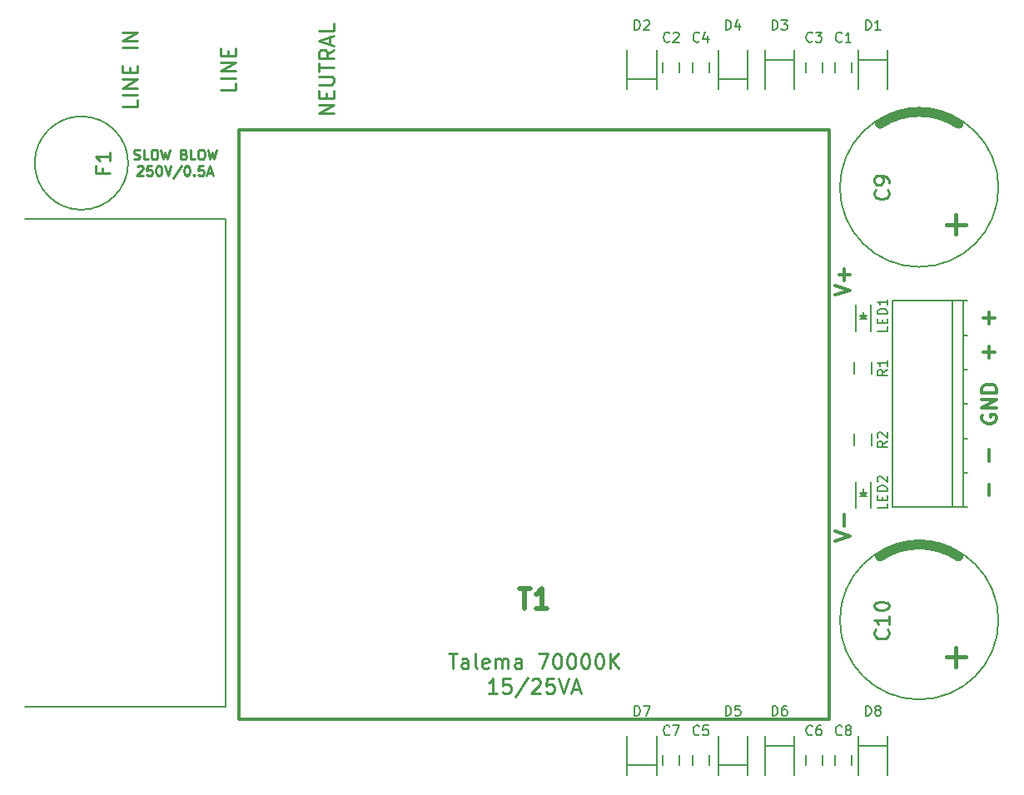
<source format=gto>
G04 #@! TF.FileFunction,Legend,Top*
%FSLAX46Y46*%
G04 Gerber Fmt 4.6, Leading zero omitted, Abs format (unit mm)*
G04 Created by KiCad (PCBNEW 4.0.2-stable) date Monday, August 15, 2016 'AMt' 09:37:36 AM*
%MOMM*%
G01*
G04 APERTURE LIST*
%ADD10C,0.100000*%
%ADD11C,0.300000*%
%ADD12C,0.250000*%
%ADD13C,1.000000*%
%ADD14C,0.400000*%
%ADD15C,0.200000*%
%ADD16C,0.150000*%
%ADD17C,0.500000*%
G04 APERTURE END LIST*
D10*
D11*
X199807143Y-105821428D02*
X199807143Y-104678571D01*
X199807143Y-88321428D02*
X199807143Y-87178571D01*
X200378571Y-87750000D02*
X199235714Y-87750000D01*
D12*
X112833333Y-71579762D02*
X112976190Y-71627381D01*
X113214286Y-71627381D01*
X113309524Y-71579762D01*
X113357143Y-71532143D01*
X113404762Y-71436905D01*
X113404762Y-71341667D01*
X113357143Y-71246429D01*
X113309524Y-71198810D01*
X113214286Y-71151190D01*
X113023809Y-71103571D01*
X112928571Y-71055952D01*
X112880952Y-71008333D01*
X112833333Y-70913095D01*
X112833333Y-70817857D01*
X112880952Y-70722619D01*
X112928571Y-70675000D01*
X113023809Y-70627381D01*
X113261905Y-70627381D01*
X113404762Y-70675000D01*
X114309524Y-71627381D02*
X113833333Y-71627381D01*
X113833333Y-70627381D01*
X114833333Y-70627381D02*
X115023810Y-70627381D01*
X115119048Y-70675000D01*
X115214286Y-70770238D01*
X115261905Y-70960714D01*
X115261905Y-71294048D01*
X115214286Y-71484524D01*
X115119048Y-71579762D01*
X115023810Y-71627381D01*
X114833333Y-71627381D01*
X114738095Y-71579762D01*
X114642857Y-71484524D01*
X114595238Y-71294048D01*
X114595238Y-70960714D01*
X114642857Y-70770238D01*
X114738095Y-70675000D01*
X114833333Y-70627381D01*
X115595238Y-70627381D02*
X115833333Y-71627381D01*
X116023810Y-70913095D01*
X116214286Y-71627381D01*
X116452381Y-70627381D01*
X117928572Y-71103571D02*
X118071429Y-71151190D01*
X118119048Y-71198810D01*
X118166667Y-71294048D01*
X118166667Y-71436905D01*
X118119048Y-71532143D01*
X118071429Y-71579762D01*
X117976191Y-71627381D01*
X117595238Y-71627381D01*
X117595238Y-70627381D01*
X117928572Y-70627381D01*
X118023810Y-70675000D01*
X118071429Y-70722619D01*
X118119048Y-70817857D01*
X118119048Y-70913095D01*
X118071429Y-71008333D01*
X118023810Y-71055952D01*
X117928572Y-71103571D01*
X117595238Y-71103571D01*
X119071429Y-71627381D02*
X118595238Y-71627381D01*
X118595238Y-70627381D01*
X119595238Y-70627381D02*
X119785715Y-70627381D01*
X119880953Y-70675000D01*
X119976191Y-70770238D01*
X120023810Y-70960714D01*
X120023810Y-71294048D01*
X119976191Y-71484524D01*
X119880953Y-71579762D01*
X119785715Y-71627381D01*
X119595238Y-71627381D01*
X119500000Y-71579762D01*
X119404762Y-71484524D01*
X119357143Y-71294048D01*
X119357143Y-70960714D01*
X119404762Y-70770238D01*
X119500000Y-70675000D01*
X119595238Y-70627381D01*
X120357143Y-70627381D02*
X120595238Y-71627381D01*
X120785715Y-70913095D01*
X120976191Y-71627381D01*
X121214286Y-70627381D01*
X113190476Y-72372619D02*
X113238095Y-72325000D01*
X113333333Y-72277381D01*
X113571429Y-72277381D01*
X113666667Y-72325000D01*
X113714286Y-72372619D01*
X113761905Y-72467857D01*
X113761905Y-72563095D01*
X113714286Y-72705952D01*
X113142857Y-73277381D01*
X113761905Y-73277381D01*
X114666667Y-72277381D02*
X114190476Y-72277381D01*
X114142857Y-72753571D01*
X114190476Y-72705952D01*
X114285714Y-72658333D01*
X114523810Y-72658333D01*
X114619048Y-72705952D01*
X114666667Y-72753571D01*
X114714286Y-72848810D01*
X114714286Y-73086905D01*
X114666667Y-73182143D01*
X114619048Y-73229762D01*
X114523810Y-73277381D01*
X114285714Y-73277381D01*
X114190476Y-73229762D01*
X114142857Y-73182143D01*
X115333333Y-72277381D02*
X115428572Y-72277381D01*
X115523810Y-72325000D01*
X115571429Y-72372619D01*
X115619048Y-72467857D01*
X115666667Y-72658333D01*
X115666667Y-72896429D01*
X115619048Y-73086905D01*
X115571429Y-73182143D01*
X115523810Y-73229762D01*
X115428572Y-73277381D01*
X115333333Y-73277381D01*
X115238095Y-73229762D01*
X115190476Y-73182143D01*
X115142857Y-73086905D01*
X115095238Y-72896429D01*
X115095238Y-72658333D01*
X115142857Y-72467857D01*
X115190476Y-72372619D01*
X115238095Y-72325000D01*
X115333333Y-72277381D01*
X115952381Y-72277381D02*
X116285714Y-73277381D01*
X116619048Y-72277381D01*
X117666667Y-72229762D02*
X116809524Y-73515476D01*
X118190476Y-72277381D02*
X118285715Y-72277381D01*
X118380953Y-72325000D01*
X118428572Y-72372619D01*
X118476191Y-72467857D01*
X118523810Y-72658333D01*
X118523810Y-72896429D01*
X118476191Y-73086905D01*
X118428572Y-73182143D01*
X118380953Y-73229762D01*
X118285715Y-73277381D01*
X118190476Y-73277381D01*
X118095238Y-73229762D01*
X118047619Y-73182143D01*
X118000000Y-73086905D01*
X117952381Y-72896429D01*
X117952381Y-72658333D01*
X118000000Y-72467857D01*
X118047619Y-72372619D01*
X118095238Y-72325000D01*
X118190476Y-72277381D01*
X118952381Y-73182143D02*
X119000000Y-73229762D01*
X118952381Y-73277381D01*
X118904762Y-73229762D01*
X118952381Y-73182143D01*
X118952381Y-73277381D01*
X119904762Y-72277381D02*
X119428571Y-72277381D01*
X119380952Y-72753571D01*
X119428571Y-72705952D01*
X119523809Y-72658333D01*
X119761905Y-72658333D01*
X119857143Y-72705952D01*
X119904762Y-72753571D01*
X119952381Y-72848810D01*
X119952381Y-73086905D01*
X119904762Y-73182143D01*
X119857143Y-73229762D01*
X119761905Y-73277381D01*
X119523809Y-73277381D01*
X119428571Y-73229762D01*
X119380952Y-73182143D01*
X120333333Y-72991667D02*
X120809524Y-72991667D01*
X120238095Y-73277381D02*
X120571428Y-72277381D01*
X120904762Y-73277381D01*
D11*
X199807143Y-102321428D02*
X199807143Y-101178571D01*
X199150000Y-97642857D02*
X199078571Y-97785714D01*
X199078571Y-98000000D01*
X199150000Y-98214285D01*
X199292857Y-98357143D01*
X199435714Y-98428571D01*
X199721429Y-98500000D01*
X199935714Y-98500000D01*
X200221429Y-98428571D01*
X200364286Y-98357143D01*
X200507143Y-98214285D01*
X200578571Y-98000000D01*
X200578571Y-97857143D01*
X200507143Y-97642857D01*
X200435714Y-97571428D01*
X199935714Y-97571428D01*
X199935714Y-97857143D01*
X200578571Y-96928571D02*
X199078571Y-96928571D01*
X200578571Y-96071428D01*
X199078571Y-96071428D01*
X200578571Y-95357142D02*
X199078571Y-95357142D01*
X199078571Y-94999999D01*
X199150000Y-94785714D01*
X199292857Y-94642856D01*
X199435714Y-94571428D01*
X199721429Y-94499999D01*
X199935714Y-94499999D01*
X200221429Y-94571428D01*
X200364286Y-94642856D01*
X200507143Y-94785714D01*
X200578571Y-94999999D01*
X200578571Y-95357142D01*
X199807143Y-91821428D02*
X199807143Y-90678571D01*
X200378571Y-91250000D02*
X199235714Y-91250000D01*
X123540000Y-128600000D02*
X123540000Y-68600000D01*
X183540000Y-128600000D02*
X123540000Y-128600000D01*
X183540000Y-68600000D02*
X183540000Y-128600000D01*
X123540000Y-68600000D02*
X183540000Y-68600000D01*
D13*
X196700001Y-68000000D02*
G75*
G03X188708396Y-68005589I-3991605J-6005589D01*
G01*
D14*
X197450000Y-78250000D02*
X195450000Y-78250000D01*
X196450000Y-77250000D02*
X196450000Y-79250000D01*
D15*
X200762258Y-74500000D02*
G75*
G03X200762258Y-74500000I-8062258J0D01*
G01*
X122200000Y-127300000D02*
X122200000Y-77700000D01*
X101800000Y-77700000D02*
X122200000Y-77700000D01*
X101800000Y-127300000D02*
X122200000Y-127300000D01*
D16*
X187750000Y-107100000D02*
X187750000Y-104400000D01*
X186250000Y-107100000D02*
X186250000Y-104400000D01*
X187150000Y-105600000D02*
X186900000Y-105600000D01*
X186900000Y-105600000D02*
X187050000Y-105750000D01*
X186650000Y-105850000D02*
X187350000Y-105850000D01*
X187000000Y-105500000D02*
X187000000Y-105150000D01*
X187000000Y-105850000D02*
X186650000Y-105500000D01*
X186650000Y-105500000D02*
X187350000Y-105500000D01*
X187350000Y-105500000D02*
X187000000Y-105850000D01*
X187750000Y-89100000D02*
X187750000Y-86400000D01*
X186250000Y-89100000D02*
X186250000Y-86400000D01*
X187150000Y-87600000D02*
X186900000Y-87600000D01*
X186900000Y-87600000D02*
X187050000Y-87750000D01*
X186650000Y-87850000D02*
X187350000Y-87850000D01*
X187000000Y-87500000D02*
X187000000Y-87150000D01*
X187000000Y-87850000D02*
X186650000Y-87500000D01*
X186650000Y-87500000D02*
X187350000Y-87500000D01*
X187350000Y-87500000D02*
X187000000Y-87850000D01*
D15*
X112250000Y-72000000D02*
G75*
G03X112250000Y-72000000I-4750000J0D01*
G01*
D16*
X184150000Y-61750000D02*
X184150000Y-62750000D01*
X185850000Y-62750000D02*
X185850000Y-61750000D01*
X168350000Y-62750000D02*
X168350000Y-61750000D01*
X166650000Y-61750000D02*
X166650000Y-62750000D01*
X181150000Y-61750000D02*
X181150000Y-62750000D01*
X182850000Y-62750000D02*
X182850000Y-61750000D01*
X171350000Y-62750000D02*
X171350000Y-61750000D01*
X169650000Y-61750000D02*
X169650000Y-62750000D01*
X171350000Y-133250000D02*
X171350000Y-132250000D01*
X169650000Y-132250000D02*
X169650000Y-133250000D01*
X181150000Y-132250000D02*
X181150000Y-133250000D01*
X182850000Y-133250000D02*
X182850000Y-132250000D01*
X168350000Y-133250000D02*
X168350000Y-132250000D01*
X166650000Y-132250000D02*
X166650000Y-133250000D01*
X184150000Y-132250000D02*
X184150000Y-133250000D01*
X185850000Y-133250000D02*
X185850000Y-132250000D01*
X187875000Y-92250000D02*
X187875000Y-93450000D01*
X186125000Y-93450000D02*
X186125000Y-92250000D01*
X187875000Y-99550000D02*
X187875000Y-100750000D01*
X186125000Y-100750000D02*
X186125000Y-99550000D01*
X197200000Y-89500000D02*
X197600000Y-89500000D01*
X197200000Y-93000000D02*
X197600000Y-93000000D01*
X197200000Y-103500000D02*
X197600000Y-103500000D01*
X197200000Y-100000000D02*
X197600000Y-100000000D01*
X197200000Y-96500000D02*
X197600000Y-96500000D01*
X196100000Y-107000000D02*
X196100000Y-86000000D01*
X197200000Y-107000000D02*
X197200000Y-86000000D01*
X190000000Y-107000000D02*
X197600000Y-107000000D01*
X197600000Y-86000000D02*
X190000000Y-86000000D01*
X190000000Y-86000000D02*
X190000000Y-107000000D01*
D15*
X186500000Y-61500000D02*
X189500000Y-61500000D01*
X186500000Y-64500000D02*
X186500000Y-60500000D01*
X189500000Y-64500000D02*
X189500000Y-60500000D01*
X175250000Y-63500000D02*
X172250000Y-63500000D01*
X175250000Y-60500000D02*
X175250000Y-64500000D01*
X172250000Y-60500000D02*
X172250000Y-64500000D01*
X186500000Y-131250000D02*
X189500000Y-131250000D01*
X186500000Y-134250000D02*
X186500000Y-130250000D01*
X189500000Y-134250000D02*
X189500000Y-130250000D01*
X166000000Y-133250000D02*
X163000000Y-133250000D01*
X166000000Y-130250000D02*
X166000000Y-134250000D01*
X163000000Y-130250000D02*
X163000000Y-134250000D01*
X177000000Y-131250000D02*
X180000000Y-131250000D01*
X177000000Y-134250000D02*
X177000000Y-130250000D01*
X180000000Y-134250000D02*
X180000000Y-130250000D01*
X175250000Y-133250000D02*
X172250000Y-133250000D01*
X175250000Y-130250000D02*
X175250000Y-134250000D01*
X172250000Y-130250000D02*
X172250000Y-134250000D01*
X177000000Y-61500000D02*
X180000000Y-61500000D01*
X177000000Y-64500000D02*
X177000000Y-60500000D01*
X180000000Y-64500000D02*
X180000000Y-60500000D01*
X166000000Y-63500000D02*
X163000000Y-63500000D01*
X166000000Y-60500000D02*
X166000000Y-64500000D01*
X163000000Y-60500000D02*
X163000000Y-64500000D01*
D13*
X196700001Y-112000000D02*
G75*
G03X188708396Y-112005589I-3991605J-6005589D01*
G01*
D14*
X197450000Y-122250000D02*
X195450000Y-122250000D01*
X196450000Y-121250000D02*
X196450000Y-123250000D01*
D15*
X200762258Y-118500000D02*
G75*
G03X200762258Y-118500000I-8062258J0D01*
G01*
D17*
X152016190Y-115284762D02*
X153159047Y-115284762D01*
X152587619Y-117284762D02*
X152587619Y-115284762D01*
X154873334Y-117284762D02*
X153730476Y-117284762D01*
X154301905Y-117284762D02*
X154301905Y-115284762D01*
X154111429Y-115570476D01*
X153920953Y-115760952D01*
X153730476Y-115856190D01*
D12*
X149754287Y-125948571D02*
X148897144Y-125948571D01*
X149325716Y-125948571D02*
X149325716Y-124448571D01*
X149182859Y-124662857D01*
X149040001Y-124805714D01*
X148897144Y-124877143D01*
X151111430Y-124448571D02*
X150397144Y-124448571D01*
X150325715Y-125162857D01*
X150397144Y-125091429D01*
X150540001Y-125020000D01*
X150897144Y-125020000D01*
X151040001Y-125091429D01*
X151111430Y-125162857D01*
X151182858Y-125305714D01*
X151182858Y-125662857D01*
X151111430Y-125805714D01*
X151040001Y-125877143D01*
X150897144Y-125948571D01*
X150540001Y-125948571D01*
X150397144Y-125877143D01*
X150325715Y-125805714D01*
X152897143Y-124377143D02*
X151611429Y-126305714D01*
X153325715Y-124591429D02*
X153397144Y-124520000D01*
X153540001Y-124448571D01*
X153897144Y-124448571D01*
X154040001Y-124520000D01*
X154111430Y-124591429D01*
X154182858Y-124734286D01*
X154182858Y-124877143D01*
X154111430Y-125091429D01*
X153254287Y-125948571D01*
X154182858Y-125948571D01*
X155540001Y-124448571D02*
X154825715Y-124448571D01*
X154754286Y-125162857D01*
X154825715Y-125091429D01*
X154968572Y-125020000D01*
X155325715Y-125020000D01*
X155468572Y-125091429D01*
X155540001Y-125162857D01*
X155611429Y-125305714D01*
X155611429Y-125662857D01*
X155540001Y-125805714D01*
X155468572Y-125877143D01*
X155325715Y-125948571D01*
X154968572Y-125948571D01*
X154825715Y-125877143D01*
X154754286Y-125805714D01*
X156040000Y-124448571D02*
X156540000Y-125948571D01*
X157040000Y-124448571D01*
X157468571Y-125520000D02*
X158182857Y-125520000D01*
X157325714Y-125948571D02*
X157825714Y-124448571D01*
X158325714Y-125948571D01*
X144825716Y-121908571D02*
X145682859Y-121908571D01*
X145254288Y-123408571D02*
X145254288Y-121908571D01*
X146825716Y-123408571D02*
X146825716Y-122622857D01*
X146754287Y-122480000D01*
X146611430Y-122408571D01*
X146325716Y-122408571D01*
X146182859Y-122480000D01*
X146825716Y-123337143D02*
X146682859Y-123408571D01*
X146325716Y-123408571D01*
X146182859Y-123337143D01*
X146111430Y-123194286D01*
X146111430Y-123051429D01*
X146182859Y-122908571D01*
X146325716Y-122837143D01*
X146682859Y-122837143D01*
X146825716Y-122765714D01*
X147754288Y-123408571D02*
X147611430Y-123337143D01*
X147540002Y-123194286D01*
X147540002Y-121908571D01*
X148897144Y-123337143D02*
X148754287Y-123408571D01*
X148468573Y-123408571D01*
X148325716Y-123337143D01*
X148254287Y-123194286D01*
X148254287Y-122622857D01*
X148325716Y-122480000D01*
X148468573Y-122408571D01*
X148754287Y-122408571D01*
X148897144Y-122480000D01*
X148968573Y-122622857D01*
X148968573Y-122765714D01*
X148254287Y-122908571D01*
X149611430Y-123408571D02*
X149611430Y-122408571D01*
X149611430Y-122551429D02*
X149682858Y-122480000D01*
X149825716Y-122408571D01*
X150040001Y-122408571D01*
X150182858Y-122480000D01*
X150254287Y-122622857D01*
X150254287Y-123408571D01*
X150254287Y-122622857D02*
X150325716Y-122480000D01*
X150468573Y-122408571D01*
X150682858Y-122408571D01*
X150825716Y-122480000D01*
X150897144Y-122622857D01*
X150897144Y-123408571D01*
X152254287Y-123408571D02*
X152254287Y-122622857D01*
X152182858Y-122480000D01*
X152040001Y-122408571D01*
X151754287Y-122408571D01*
X151611430Y-122480000D01*
X152254287Y-123337143D02*
X152111430Y-123408571D01*
X151754287Y-123408571D01*
X151611430Y-123337143D01*
X151540001Y-123194286D01*
X151540001Y-123051429D01*
X151611430Y-122908571D01*
X151754287Y-122837143D01*
X152111430Y-122837143D01*
X152254287Y-122765714D01*
X153968573Y-121908571D02*
X154968573Y-121908571D01*
X154325716Y-123408571D01*
X155825715Y-121908571D02*
X155968572Y-121908571D01*
X156111429Y-121980000D01*
X156182858Y-122051429D01*
X156254287Y-122194286D01*
X156325715Y-122480000D01*
X156325715Y-122837143D01*
X156254287Y-123122857D01*
X156182858Y-123265714D01*
X156111429Y-123337143D01*
X155968572Y-123408571D01*
X155825715Y-123408571D01*
X155682858Y-123337143D01*
X155611429Y-123265714D01*
X155540001Y-123122857D01*
X155468572Y-122837143D01*
X155468572Y-122480000D01*
X155540001Y-122194286D01*
X155611429Y-122051429D01*
X155682858Y-121980000D01*
X155825715Y-121908571D01*
X157254286Y-121908571D02*
X157397143Y-121908571D01*
X157540000Y-121980000D01*
X157611429Y-122051429D01*
X157682858Y-122194286D01*
X157754286Y-122480000D01*
X157754286Y-122837143D01*
X157682858Y-123122857D01*
X157611429Y-123265714D01*
X157540000Y-123337143D01*
X157397143Y-123408571D01*
X157254286Y-123408571D01*
X157111429Y-123337143D01*
X157040000Y-123265714D01*
X156968572Y-123122857D01*
X156897143Y-122837143D01*
X156897143Y-122480000D01*
X156968572Y-122194286D01*
X157040000Y-122051429D01*
X157111429Y-121980000D01*
X157254286Y-121908571D01*
X158682857Y-121908571D02*
X158825714Y-121908571D01*
X158968571Y-121980000D01*
X159040000Y-122051429D01*
X159111429Y-122194286D01*
X159182857Y-122480000D01*
X159182857Y-122837143D01*
X159111429Y-123122857D01*
X159040000Y-123265714D01*
X158968571Y-123337143D01*
X158825714Y-123408571D01*
X158682857Y-123408571D01*
X158540000Y-123337143D01*
X158468571Y-123265714D01*
X158397143Y-123122857D01*
X158325714Y-122837143D01*
X158325714Y-122480000D01*
X158397143Y-122194286D01*
X158468571Y-122051429D01*
X158540000Y-121980000D01*
X158682857Y-121908571D01*
X160111428Y-121908571D02*
X160254285Y-121908571D01*
X160397142Y-121980000D01*
X160468571Y-122051429D01*
X160540000Y-122194286D01*
X160611428Y-122480000D01*
X160611428Y-122837143D01*
X160540000Y-123122857D01*
X160468571Y-123265714D01*
X160397142Y-123337143D01*
X160254285Y-123408571D01*
X160111428Y-123408571D01*
X159968571Y-123337143D01*
X159897142Y-123265714D01*
X159825714Y-123122857D01*
X159754285Y-122837143D01*
X159754285Y-122480000D01*
X159825714Y-122194286D01*
X159897142Y-122051429D01*
X159968571Y-121980000D01*
X160111428Y-121908571D01*
X161254285Y-123408571D02*
X161254285Y-121908571D01*
X162111428Y-123408571D02*
X161468571Y-122551429D01*
X162111428Y-121908571D02*
X161254285Y-122765714D01*
X189485714Y-74749999D02*
X189557143Y-74821428D01*
X189628571Y-75035714D01*
X189628571Y-75178571D01*
X189557143Y-75392856D01*
X189414286Y-75535714D01*
X189271429Y-75607142D01*
X188985714Y-75678571D01*
X188771429Y-75678571D01*
X188485714Y-75607142D01*
X188342857Y-75535714D01*
X188200000Y-75392856D01*
X188128571Y-75178571D01*
X188128571Y-75035714D01*
X188200000Y-74821428D01*
X188271429Y-74749999D01*
X189628571Y-74035714D02*
X189628571Y-73749999D01*
X189557143Y-73607142D01*
X189485714Y-73535714D01*
X189271429Y-73392856D01*
X188985714Y-73321428D01*
X188414286Y-73321428D01*
X188271429Y-73392856D01*
X188200000Y-73464285D01*
X188128571Y-73607142D01*
X188128571Y-73892856D01*
X188200000Y-74035714D01*
X188271429Y-74107142D01*
X188414286Y-74178571D01*
X188771429Y-74178571D01*
X188914286Y-74107142D01*
X188985714Y-74035714D01*
X189057143Y-73892856D01*
X189057143Y-73607142D01*
X188985714Y-73464285D01*
X188914286Y-73392856D01*
X188771429Y-73321428D01*
X133178571Y-66964286D02*
X131678571Y-66964286D01*
X133178571Y-66107143D01*
X131678571Y-66107143D01*
X132392857Y-65392857D02*
X132392857Y-64892857D01*
X133178571Y-64678571D02*
X133178571Y-65392857D01*
X131678571Y-65392857D01*
X131678571Y-64678571D01*
X131678571Y-64035714D02*
X132892857Y-64035714D01*
X133035714Y-63964286D01*
X133107143Y-63892857D01*
X133178571Y-63750000D01*
X133178571Y-63464286D01*
X133107143Y-63321428D01*
X133035714Y-63250000D01*
X132892857Y-63178571D01*
X131678571Y-63178571D01*
X131678571Y-62678571D02*
X131678571Y-61821428D01*
X133178571Y-62249999D02*
X131678571Y-62249999D01*
X133178571Y-60464285D02*
X132464286Y-60964285D01*
X133178571Y-61321428D02*
X131678571Y-61321428D01*
X131678571Y-60750000D01*
X131750000Y-60607142D01*
X131821429Y-60535714D01*
X131964286Y-60464285D01*
X132178571Y-60464285D01*
X132321429Y-60535714D01*
X132392857Y-60607142D01*
X132464286Y-60750000D01*
X132464286Y-61321428D01*
X132750000Y-59892857D02*
X132750000Y-59178571D01*
X133178571Y-60035714D02*
X131678571Y-59535714D01*
X133178571Y-59035714D01*
X133178571Y-57821428D02*
X133178571Y-58535714D01*
X131678571Y-58535714D01*
X123178571Y-63857143D02*
X123178571Y-64571429D01*
X121678571Y-64571429D01*
X123178571Y-63357143D02*
X121678571Y-63357143D01*
X123178571Y-62642857D02*
X121678571Y-62642857D01*
X123178571Y-61785714D01*
X121678571Y-61785714D01*
X122392857Y-61071428D02*
X122392857Y-60571428D01*
X123178571Y-60357142D02*
X123178571Y-61071428D01*
X121678571Y-61071428D01*
X121678571Y-60357142D01*
X113178571Y-65571429D02*
X113178571Y-66285715D01*
X111678571Y-66285715D01*
X113178571Y-65071429D02*
X111678571Y-65071429D01*
X113178571Y-64357143D02*
X111678571Y-64357143D01*
X113178571Y-63500000D01*
X111678571Y-63500000D01*
X112392857Y-62785714D02*
X112392857Y-62285714D01*
X113178571Y-62071428D02*
X113178571Y-62785714D01*
X111678571Y-62785714D01*
X111678571Y-62071428D01*
X113178571Y-60285714D02*
X111678571Y-60285714D01*
X113178571Y-59571428D02*
X111678571Y-59571428D01*
X113178571Y-58714285D01*
X111678571Y-58714285D01*
D16*
X189452381Y-106619047D02*
X189452381Y-107095238D01*
X188452381Y-107095238D01*
X188928571Y-106285714D02*
X188928571Y-105952380D01*
X189452381Y-105809523D02*
X189452381Y-106285714D01*
X188452381Y-106285714D01*
X188452381Y-105809523D01*
X189452381Y-105380952D02*
X188452381Y-105380952D01*
X188452381Y-105142857D01*
X188500000Y-104999999D01*
X188595238Y-104904761D01*
X188690476Y-104857142D01*
X188880952Y-104809523D01*
X189023810Y-104809523D01*
X189214286Y-104857142D01*
X189309524Y-104904761D01*
X189404762Y-104999999D01*
X189452381Y-105142857D01*
X189452381Y-105380952D01*
X188547619Y-104428571D02*
X188500000Y-104380952D01*
X188452381Y-104285714D01*
X188452381Y-104047618D01*
X188500000Y-103952380D01*
X188547619Y-103904761D01*
X188642857Y-103857142D01*
X188738095Y-103857142D01*
X188880952Y-103904761D01*
X189452381Y-104476190D01*
X189452381Y-103857142D01*
D11*
X184178571Y-110428571D02*
X185678571Y-109928571D01*
X184178571Y-109428571D01*
X185107143Y-108928571D02*
X185107143Y-107785714D01*
D16*
X189452381Y-88619047D02*
X189452381Y-89095238D01*
X188452381Y-89095238D01*
X188928571Y-88285714D02*
X188928571Y-87952380D01*
X189452381Y-87809523D02*
X189452381Y-88285714D01*
X188452381Y-88285714D01*
X188452381Y-87809523D01*
X189452381Y-87380952D02*
X188452381Y-87380952D01*
X188452381Y-87142857D01*
X188500000Y-86999999D01*
X188595238Y-86904761D01*
X188690476Y-86857142D01*
X188880952Y-86809523D01*
X189023810Y-86809523D01*
X189214286Y-86857142D01*
X189309524Y-86904761D01*
X189404762Y-86999999D01*
X189452381Y-87142857D01*
X189452381Y-87380952D01*
X189452381Y-85857142D02*
X189452381Y-86428571D01*
X189452381Y-86142857D02*
X188452381Y-86142857D01*
X188595238Y-86238095D01*
X188690476Y-86333333D01*
X188738095Y-86428571D01*
D11*
X184178571Y-85428571D02*
X185678571Y-84928571D01*
X184178571Y-84428571D01*
X185107143Y-83928571D02*
X185107143Y-82785714D01*
X185678571Y-83357143D02*
X184535714Y-83357143D01*
D12*
X109642857Y-72499999D02*
X109642857Y-72999999D01*
X110428571Y-72999999D02*
X108928571Y-72999999D01*
X108928571Y-72285713D01*
X110428571Y-70928571D02*
X110428571Y-71785714D01*
X110428571Y-71357142D02*
X108928571Y-71357142D01*
X109142857Y-71499999D01*
X109285714Y-71642857D01*
X109357143Y-71785714D01*
D16*
X184833334Y-59607143D02*
X184785715Y-59654762D01*
X184642858Y-59702381D01*
X184547620Y-59702381D01*
X184404762Y-59654762D01*
X184309524Y-59559524D01*
X184261905Y-59464286D01*
X184214286Y-59273810D01*
X184214286Y-59130952D01*
X184261905Y-58940476D01*
X184309524Y-58845238D01*
X184404762Y-58750000D01*
X184547620Y-58702381D01*
X184642858Y-58702381D01*
X184785715Y-58750000D01*
X184833334Y-58797619D01*
X185785715Y-59702381D02*
X185214286Y-59702381D01*
X185500000Y-59702381D02*
X185500000Y-58702381D01*
X185404762Y-58845238D01*
X185309524Y-58940476D01*
X185214286Y-58988095D01*
X167333334Y-59607143D02*
X167285715Y-59654762D01*
X167142858Y-59702381D01*
X167047620Y-59702381D01*
X166904762Y-59654762D01*
X166809524Y-59559524D01*
X166761905Y-59464286D01*
X166714286Y-59273810D01*
X166714286Y-59130952D01*
X166761905Y-58940476D01*
X166809524Y-58845238D01*
X166904762Y-58750000D01*
X167047620Y-58702381D01*
X167142858Y-58702381D01*
X167285715Y-58750000D01*
X167333334Y-58797619D01*
X167714286Y-58797619D02*
X167761905Y-58750000D01*
X167857143Y-58702381D01*
X168095239Y-58702381D01*
X168190477Y-58750000D01*
X168238096Y-58797619D01*
X168285715Y-58892857D01*
X168285715Y-58988095D01*
X168238096Y-59130952D01*
X167666667Y-59702381D01*
X168285715Y-59702381D01*
X181833334Y-59607143D02*
X181785715Y-59654762D01*
X181642858Y-59702381D01*
X181547620Y-59702381D01*
X181404762Y-59654762D01*
X181309524Y-59559524D01*
X181261905Y-59464286D01*
X181214286Y-59273810D01*
X181214286Y-59130952D01*
X181261905Y-58940476D01*
X181309524Y-58845238D01*
X181404762Y-58750000D01*
X181547620Y-58702381D01*
X181642858Y-58702381D01*
X181785715Y-58750000D01*
X181833334Y-58797619D01*
X182166667Y-58702381D02*
X182785715Y-58702381D01*
X182452381Y-59083333D01*
X182595239Y-59083333D01*
X182690477Y-59130952D01*
X182738096Y-59178571D01*
X182785715Y-59273810D01*
X182785715Y-59511905D01*
X182738096Y-59607143D01*
X182690477Y-59654762D01*
X182595239Y-59702381D01*
X182309524Y-59702381D01*
X182214286Y-59654762D01*
X182166667Y-59607143D01*
X170333334Y-59607143D02*
X170285715Y-59654762D01*
X170142858Y-59702381D01*
X170047620Y-59702381D01*
X169904762Y-59654762D01*
X169809524Y-59559524D01*
X169761905Y-59464286D01*
X169714286Y-59273810D01*
X169714286Y-59130952D01*
X169761905Y-58940476D01*
X169809524Y-58845238D01*
X169904762Y-58750000D01*
X170047620Y-58702381D01*
X170142858Y-58702381D01*
X170285715Y-58750000D01*
X170333334Y-58797619D01*
X171190477Y-59035714D02*
X171190477Y-59702381D01*
X170952381Y-58654762D02*
X170714286Y-59369048D01*
X171333334Y-59369048D01*
X170333334Y-130107143D02*
X170285715Y-130154762D01*
X170142858Y-130202381D01*
X170047620Y-130202381D01*
X169904762Y-130154762D01*
X169809524Y-130059524D01*
X169761905Y-129964286D01*
X169714286Y-129773810D01*
X169714286Y-129630952D01*
X169761905Y-129440476D01*
X169809524Y-129345238D01*
X169904762Y-129250000D01*
X170047620Y-129202381D01*
X170142858Y-129202381D01*
X170285715Y-129250000D01*
X170333334Y-129297619D01*
X171238096Y-129202381D02*
X170761905Y-129202381D01*
X170714286Y-129678571D01*
X170761905Y-129630952D01*
X170857143Y-129583333D01*
X171095239Y-129583333D01*
X171190477Y-129630952D01*
X171238096Y-129678571D01*
X171285715Y-129773810D01*
X171285715Y-130011905D01*
X171238096Y-130107143D01*
X171190477Y-130154762D01*
X171095239Y-130202381D01*
X170857143Y-130202381D01*
X170761905Y-130154762D01*
X170714286Y-130107143D01*
X181833334Y-130107143D02*
X181785715Y-130154762D01*
X181642858Y-130202381D01*
X181547620Y-130202381D01*
X181404762Y-130154762D01*
X181309524Y-130059524D01*
X181261905Y-129964286D01*
X181214286Y-129773810D01*
X181214286Y-129630952D01*
X181261905Y-129440476D01*
X181309524Y-129345238D01*
X181404762Y-129250000D01*
X181547620Y-129202381D01*
X181642858Y-129202381D01*
X181785715Y-129250000D01*
X181833334Y-129297619D01*
X182690477Y-129202381D02*
X182500000Y-129202381D01*
X182404762Y-129250000D01*
X182357143Y-129297619D01*
X182261905Y-129440476D01*
X182214286Y-129630952D01*
X182214286Y-130011905D01*
X182261905Y-130107143D01*
X182309524Y-130154762D01*
X182404762Y-130202381D01*
X182595239Y-130202381D01*
X182690477Y-130154762D01*
X182738096Y-130107143D01*
X182785715Y-130011905D01*
X182785715Y-129773810D01*
X182738096Y-129678571D01*
X182690477Y-129630952D01*
X182595239Y-129583333D01*
X182404762Y-129583333D01*
X182309524Y-129630952D01*
X182261905Y-129678571D01*
X182214286Y-129773810D01*
X167333334Y-130107143D02*
X167285715Y-130154762D01*
X167142858Y-130202381D01*
X167047620Y-130202381D01*
X166904762Y-130154762D01*
X166809524Y-130059524D01*
X166761905Y-129964286D01*
X166714286Y-129773810D01*
X166714286Y-129630952D01*
X166761905Y-129440476D01*
X166809524Y-129345238D01*
X166904762Y-129250000D01*
X167047620Y-129202381D01*
X167142858Y-129202381D01*
X167285715Y-129250000D01*
X167333334Y-129297619D01*
X167666667Y-129202381D02*
X168333334Y-129202381D01*
X167904762Y-130202381D01*
X184833334Y-130107143D02*
X184785715Y-130154762D01*
X184642858Y-130202381D01*
X184547620Y-130202381D01*
X184404762Y-130154762D01*
X184309524Y-130059524D01*
X184261905Y-129964286D01*
X184214286Y-129773810D01*
X184214286Y-129630952D01*
X184261905Y-129440476D01*
X184309524Y-129345238D01*
X184404762Y-129250000D01*
X184547620Y-129202381D01*
X184642858Y-129202381D01*
X184785715Y-129250000D01*
X184833334Y-129297619D01*
X185404762Y-129630952D02*
X185309524Y-129583333D01*
X185261905Y-129535714D01*
X185214286Y-129440476D01*
X185214286Y-129392857D01*
X185261905Y-129297619D01*
X185309524Y-129250000D01*
X185404762Y-129202381D01*
X185595239Y-129202381D01*
X185690477Y-129250000D01*
X185738096Y-129297619D01*
X185785715Y-129392857D01*
X185785715Y-129440476D01*
X185738096Y-129535714D01*
X185690477Y-129583333D01*
X185595239Y-129630952D01*
X185404762Y-129630952D01*
X185309524Y-129678571D01*
X185261905Y-129726190D01*
X185214286Y-129821429D01*
X185214286Y-130011905D01*
X185261905Y-130107143D01*
X185309524Y-130154762D01*
X185404762Y-130202381D01*
X185595239Y-130202381D01*
X185690477Y-130154762D01*
X185738096Y-130107143D01*
X185785715Y-130011905D01*
X185785715Y-129821429D01*
X185738096Y-129726190D01*
X185690477Y-129678571D01*
X185595239Y-129630952D01*
X189452381Y-93016666D02*
X188976190Y-93350000D01*
X189452381Y-93588095D02*
X188452381Y-93588095D01*
X188452381Y-93207142D01*
X188500000Y-93111904D01*
X188547619Y-93064285D01*
X188642857Y-93016666D01*
X188785714Y-93016666D01*
X188880952Y-93064285D01*
X188928571Y-93111904D01*
X188976190Y-93207142D01*
X188976190Y-93588095D01*
X189452381Y-92064285D02*
X189452381Y-92635714D01*
X189452381Y-92350000D02*
X188452381Y-92350000D01*
X188595238Y-92445238D01*
X188690476Y-92540476D01*
X188738095Y-92635714D01*
X189452381Y-100316666D02*
X188976190Y-100650000D01*
X189452381Y-100888095D02*
X188452381Y-100888095D01*
X188452381Y-100507142D01*
X188500000Y-100411904D01*
X188547619Y-100364285D01*
X188642857Y-100316666D01*
X188785714Y-100316666D01*
X188880952Y-100364285D01*
X188928571Y-100411904D01*
X188976190Y-100507142D01*
X188976190Y-100888095D01*
X188547619Y-99935714D02*
X188500000Y-99888095D01*
X188452381Y-99792857D01*
X188452381Y-99554761D01*
X188500000Y-99459523D01*
X188547619Y-99411904D01*
X188642857Y-99364285D01*
X188738095Y-99364285D01*
X188880952Y-99411904D01*
X189452381Y-99983333D01*
X189452381Y-99364285D01*
X187261905Y-58452381D02*
X187261905Y-57452381D01*
X187500000Y-57452381D01*
X187642858Y-57500000D01*
X187738096Y-57595238D01*
X187785715Y-57690476D01*
X187833334Y-57880952D01*
X187833334Y-58023810D01*
X187785715Y-58214286D01*
X187738096Y-58309524D01*
X187642858Y-58404762D01*
X187500000Y-58452381D01*
X187261905Y-58452381D01*
X188785715Y-58452381D02*
X188214286Y-58452381D01*
X188500000Y-58452381D02*
X188500000Y-57452381D01*
X188404762Y-57595238D01*
X188309524Y-57690476D01*
X188214286Y-57738095D01*
X173011905Y-58452381D02*
X173011905Y-57452381D01*
X173250000Y-57452381D01*
X173392858Y-57500000D01*
X173488096Y-57595238D01*
X173535715Y-57690476D01*
X173583334Y-57880952D01*
X173583334Y-58023810D01*
X173535715Y-58214286D01*
X173488096Y-58309524D01*
X173392858Y-58404762D01*
X173250000Y-58452381D01*
X173011905Y-58452381D01*
X174440477Y-57785714D02*
X174440477Y-58452381D01*
X174202381Y-57404762D02*
X173964286Y-58119048D01*
X174583334Y-58119048D01*
X187261905Y-128202381D02*
X187261905Y-127202381D01*
X187500000Y-127202381D01*
X187642858Y-127250000D01*
X187738096Y-127345238D01*
X187785715Y-127440476D01*
X187833334Y-127630952D01*
X187833334Y-127773810D01*
X187785715Y-127964286D01*
X187738096Y-128059524D01*
X187642858Y-128154762D01*
X187500000Y-128202381D01*
X187261905Y-128202381D01*
X188404762Y-127630952D02*
X188309524Y-127583333D01*
X188261905Y-127535714D01*
X188214286Y-127440476D01*
X188214286Y-127392857D01*
X188261905Y-127297619D01*
X188309524Y-127250000D01*
X188404762Y-127202381D01*
X188595239Y-127202381D01*
X188690477Y-127250000D01*
X188738096Y-127297619D01*
X188785715Y-127392857D01*
X188785715Y-127440476D01*
X188738096Y-127535714D01*
X188690477Y-127583333D01*
X188595239Y-127630952D01*
X188404762Y-127630952D01*
X188309524Y-127678571D01*
X188261905Y-127726190D01*
X188214286Y-127821429D01*
X188214286Y-128011905D01*
X188261905Y-128107143D01*
X188309524Y-128154762D01*
X188404762Y-128202381D01*
X188595239Y-128202381D01*
X188690477Y-128154762D01*
X188738096Y-128107143D01*
X188785715Y-128011905D01*
X188785715Y-127821429D01*
X188738096Y-127726190D01*
X188690477Y-127678571D01*
X188595239Y-127630952D01*
X163761905Y-128202381D02*
X163761905Y-127202381D01*
X164000000Y-127202381D01*
X164142858Y-127250000D01*
X164238096Y-127345238D01*
X164285715Y-127440476D01*
X164333334Y-127630952D01*
X164333334Y-127773810D01*
X164285715Y-127964286D01*
X164238096Y-128059524D01*
X164142858Y-128154762D01*
X164000000Y-128202381D01*
X163761905Y-128202381D01*
X164666667Y-127202381D02*
X165333334Y-127202381D01*
X164904762Y-128202381D01*
X177761905Y-128202381D02*
X177761905Y-127202381D01*
X178000000Y-127202381D01*
X178142858Y-127250000D01*
X178238096Y-127345238D01*
X178285715Y-127440476D01*
X178333334Y-127630952D01*
X178333334Y-127773810D01*
X178285715Y-127964286D01*
X178238096Y-128059524D01*
X178142858Y-128154762D01*
X178000000Y-128202381D01*
X177761905Y-128202381D01*
X179190477Y-127202381D02*
X179000000Y-127202381D01*
X178904762Y-127250000D01*
X178857143Y-127297619D01*
X178761905Y-127440476D01*
X178714286Y-127630952D01*
X178714286Y-128011905D01*
X178761905Y-128107143D01*
X178809524Y-128154762D01*
X178904762Y-128202381D01*
X179095239Y-128202381D01*
X179190477Y-128154762D01*
X179238096Y-128107143D01*
X179285715Y-128011905D01*
X179285715Y-127773810D01*
X179238096Y-127678571D01*
X179190477Y-127630952D01*
X179095239Y-127583333D01*
X178904762Y-127583333D01*
X178809524Y-127630952D01*
X178761905Y-127678571D01*
X178714286Y-127773810D01*
X173011905Y-128202381D02*
X173011905Y-127202381D01*
X173250000Y-127202381D01*
X173392858Y-127250000D01*
X173488096Y-127345238D01*
X173535715Y-127440476D01*
X173583334Y-127630952D01*
X173583334Y-127773810D01*
X173535715Y-127964286D01*
X173488096Y-128059524D01*
X173392858Y-128154762D01*
X173250000Y-128202381D01*
X173011905Y-128202381D01*
X174488096Y-127202381D02*
X174011905Y-127202381D01*
X173964286Y-127678571D01*
X174011905Y-127630952D01*
X174107143Y-127583333D01*
X174345239Y-127583333D01*
X174440477Y-127630952D01*
X174488096Y-127678571D01*
X174535715Y-127773810D01*
X174535715Y-128011905D01*
X174488096Y-128107143D01*
X174440477Y-128154762D01*
X174345239Y-128202381D01*
X174107143Y-128202381D01*
X174011905Y-128154762D01*
X173964286Y-128107143D01*
X177761905Y-58452381D02*
X177761905Y-57452381D01*
X178000000Y-57452381D01*
X178142858Y-57500000D01*
X178238096Y-57595238D01*
X178285715Y-57690476D01*
X178333334Y-57880952D01*
X178333334Y-58023810D01*
X178285715Y-58214286D01*
X178238096Y-58309524D01*
X178142858Y-58404762D01*
X178000000Y-58452381D01*
X177761905Y-58452381D01*
X178666667Y-57452381D02*
X179285715Y-57452381D01*
X178952381Y-57833333D01*
X179095239Y-57833333D01*
X179190477Y-57880952D01*
X179238096Y-57928571D01*
X179285715Y-58023810D01*
X179285715Y-58261905D01*
X179238096Y-58357143D01*
X179190477Y-58404762D01*
X179095239Y-58452381D01*
X178809524Y-58452381D01*
X178714286Y-58404762D01*
X178666667Y-58357143D01*
X163761905Y-58452381D02*
X163761905Y-57452381D01*
X164000000Y-57452381D01*
X164142858Y-57500000D01*
X164238096Y-57595238D01*
X164285715Y-57690476D01*
X164333334Y-57880952D01*
X164333334Y-58023810D01*
X164285715Y-58214286D01*
X164238096Y-58309524D01*
X164142858Y-58404762D01*
X164000000Y-58452381D01*
X163761905Y-58452381D01*
X164714286Y-57547619D02*
X164761905Y-57500000D01*
X164857143Y-57452381D01*
X165095239Y-57452381D01*
X165190477Y-57500000D01*
X165238096Y-57547619D01*
X165285715Y-57642857D01*
X165285715Y-57738095D01*
X165238096Y-57880952D01*
X164666667Y-58452381D01*
X165285715Y-58452381D01*
D12*
X189485714Y-119464285D02*
X189557143Y-119535714D01*
X189628571Y-119750000D01*
X189628571Y-119892857D01*
X189557143Y-120107142D01*
X189414286Y-120250000D01*
X189271429Y-120321428D01*
X188985714Y-120392857D01*
X188771429Y-120392857D01*
X188485714Y-120321428D01*
X188342857Y-120250000D01*
X188200000Y-120107142D01*
X188128571Y-119892857D01*
X188128571Y-119750000D01*
X188200000Y-119535714D01*
X188271429Y-119464285D01*
X189628571Y-118035714D02*
X189628571Y-118892857D01*
X189628571Y-118464285D02*
X188128571Y-118464285D01*
X188342857Y-118607142D01*
X188485714Y-118750000D01*
X188557143Y-118892857D01*
X188128571Y-117107143D02*
X188128571Y-116964286D01*
X188200000Y-116821429D01*
X188271429Y-116750000D01*
X188414286Y-116678571D01*
X188700000Y-116607143D01*
X189057143Y-116607143D01*
X189342857Y-116678571D01*
X189485714Y-116750000D01*
X189557143Y-116821429D01*
X189628571Y-116964286D01*
X189628571Y-117107143D01*
X189557143Y-117250000D01*
X189485714Y-117321429D01*
X189342857Y-117392857D01*
X189057143Y-117464286D01*
X188700000Y-117464286D01*
X188414286Y-117392857D01*
X188271429Y-117321429D01*
X188200000Y-117250000D01*
X188128571Y-117107143D01*
M02*

</source>
